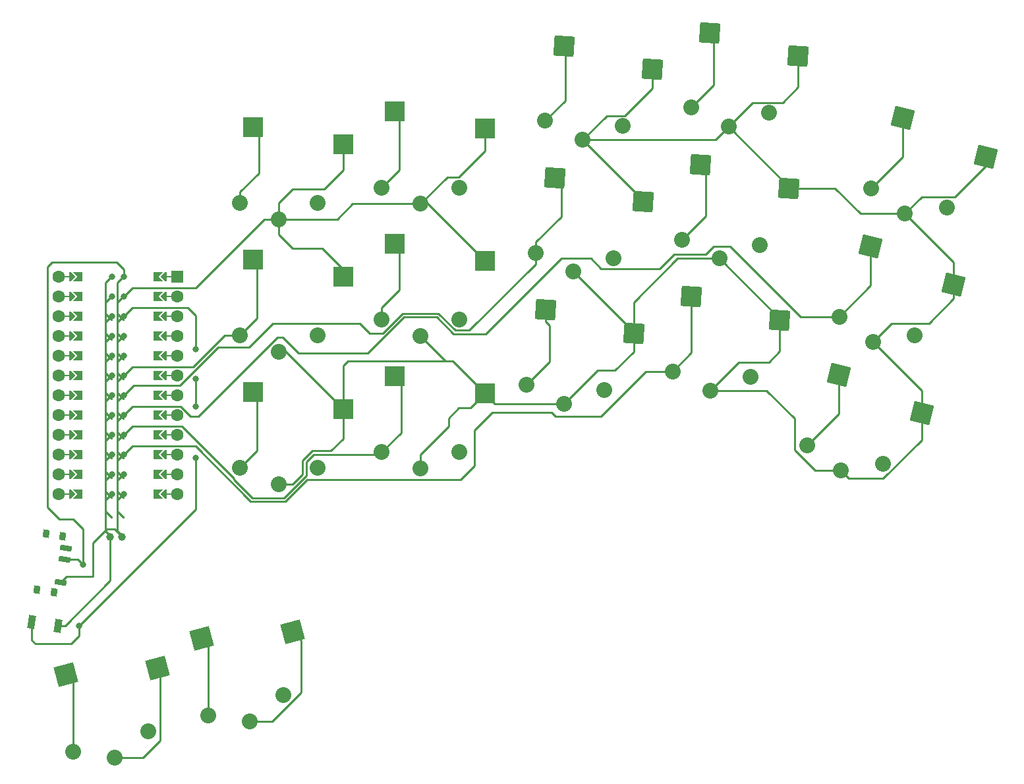
<source format=gbr>
%TF.GenerationSoftware,KiCad,Pcbnew,6.0.6-3a73a75311~116~ubuntu22.04.1*%
%TF.CreationDate,2022-07-27T09:59:41+02:00*%
%TF.ProjectId,kiboard,6b69626f-6172-4642-9e6b-696361645f70,v1.0.0*%
%TF.SameCoordinates,Original*%
%TF.FileFunction,Copper,L2,Bot*%
%TF.FilePolarity,Positive*%
%FSLAX46Y46*%
G04 Gerber Fmt 4.6, Leading zero omitted, Abs format (unit mm)*
G04 Created by KiCad (PCBNEW 6.0.6-3a73a75311~116~ubuntu22.04.1) date 2022-07-27 09:59:41*
%MOMM*%
%LPD*%
G01*
G04 APERTURE LIST*
G04 Aperture macros list*
%AMRotRect*
0 Rectangle, with rotation*
0 The origin of the aperture is its center*
0 $1 length*
0 $2 width*
0 $3 Rotation angle, in degrees counterclockwise*
0 Add horizontal line*
21,1,$1,$2,0,0,$3*%
%AMFreePoly0*
4,1,6,0.600000,0.200000,0.000000,-0.400000,-0.600000,0.200000,-0.600000,0.400000,0.600000,0.400000,0.600000,0.200000,0.600000,0.200000,$1*%
%AMFreePoly1*
4,1,5,0.125000,-0.500000,-0.125000,-0.500000,-0.125000,0.500000,0.125000,0.500000,0.125000,-0.500000,0.125000,-0.500000,$1*%
%AMFreePoly2*
4,1,6,0.600000,-0.250000,-0.600000,-0.250000,-0.600000,1.000000,0.000000,0.400000,0.600000,1.000000,0.600000,-0.250000,0.600000,-0.250000,$1*%
%AMFreePoly3*
4,1,49,0.004773,0.123721,0.009154,0.124665,0.028961,0.117240,0.062500,0.108253,0.068237,0.102516,0.075053,0.099961,0.087617,0.083136,0.108253,0.062500,0.111178,0.051584,0.117161,0.043572,0.118539,0.024114,0.125000,0.000000,0.121239,-0.014035,0.122131,-0.026629,0.113759,-0.041951,0.108253,-0.062500,0.095644,-0.075109,0.088389,-0.088388,-0.641000,-0.817776,-0.641000,-4.770224,
0.088389,-5.499612,0.109852,-5.528356,0.124665,-5.597154,0.099961,-5.663053,0.043572,-5.705161,-0.026629,-5.710131,-0.088388,-5.676389,-0.854388,-4.910388,-0.867707,-4.892552,-0.871189,-4.889530,-0.871982,-4.886826,-0.875852,-4.881644,-0.882331,-4.851549,-0.891000,-4.822000,-0.891000,-0.766000,-0.887805,-0.743969,-0.888131,-0.739371,-0.886780,-0.736898,-0.885852,-0.730498,-0.869151,-0.704632,
-0.854388,-0.677612,-0.088388,0.088389,-0.064606,0.106147,-0.062500,0.108253,-0.061385,0.108552,-0.059644,0.109852,-0.043806,0.113262,0.000000,0.125000,0.004773,0.123721,0.004773,0.123721,$1*%
G04 Aperture macros list end*
%TA.AperFunction,ComponentPad*%
%ADD10C,1.000000*%
%TD*%
%TA.AperFunction,SMDPad,CuDef*%
%ADD11RotRect,1.000000X0.800000X81.000000*%
%TD*%
%TA.AperFunction,SMDPad,CuDef*%
%ADD12RotRect,0.700000X1.500000X81.000000*%
%TD*%
%TA.AperFunction,SMDPad,CuDef*%
%ADD13RotRect,0.900000X1.700000X351.000000*%
%TD*%
%TA.AperFunction,SMDPad,CuDef*%
%ADD14RotRect,2.600000X2.600000X356.000000*%
%TD*%
%TA.AperFunction,SMDPad,CuDef*%
%ADD15R,2.600000X2.600000*%
%TD*%
%TA.AperFunction,ComponentPad*%
%ADD16C,2.032000*%
%TD*%
%TA.AperFunction,SMDPad,CuDef*%
%ADD17RotRect,2.600000X2.600000X15.000000*%
%TD*%
%TA.AperFunction,ComponentPad*%
%ADD18C,1.600000*%
%TD*%
%TA.AperFunction,SMDPad,CuDef*%
%ADD19FreePoly0,270.000000*%
%TD*%
%TA.AperFunction,SMDPad,CuDef*%
%ADD20FreePoly0,90.000000*%
%TD*%
%TA.AperFunction,SMDPad,CuDef*%
%ADD21FreePoly1,90.000000*%
%TD*%
%TA.AperFunction,ComponentPad*%
%ADD22R,1.600000X1.600000*%
%TD*%
%TA.AperFunction,SMDPad,CuDef*%
%ADD23FreePoly1,270.000000*%
%TD*%
%TA.AperFunction,ComponentPad*%
%ADD24C,0.800000*%
%TD*%
%TA.AperFunction,SMDPad,CuDef*%
%ADD25FreePoly2,90.000000*%
%TD*%
%TA.AperFunction,SMDPad,CuDef*%
%ADD26FreePoly3,270.000000*%
%TD*%
%TA.AperFunction,SMDPad,CuDef*%
%ADD27FreePoly3,90.000000*%
%TD*%
%TA.AperFunction,SMDPad,CuDef*%
%ADD28FreePoly2,270.000000*%
%TD*%
%TA.AperFunction,SMDPad,CuDef*%
%ADD29RotRect,2.600000X2.600000X346.000000*%
%TD*%
%TA.AperFunction,ViaPad*%
%ADD30C,0.800000*%
%TD*%
%TA.AperFunction,Conductor*%
%ADD31C,0.250000*%
%TD*%
G04 APERTURE END LIST*
D10*
%TO.P,,1*%
%TO.N,GND*%
X-4870835Y-12743763D03*
%TO.P,,2*%
%TO.N,pos*%
X-3370835Y-12743763D03*
%TD*%
D11*
%TO.P,,*%
%TO.N,*%
X-14268932Y-19506581D03*
X-10944169Y-12642176D03*
X-12086141Y-19852301D03*
X-13126961Y-12296456D03*
D12*
%TO.P,,1*%
%TO.N,pos*%
X-11225135Y-18571220D03*
%TO.P,,2*%
%TO.N,RAW*%
X-10755832Y-15608155D03*
%TO.P,,3*%
%TO.N,N/C*%
X-10521180Y-14126623D03*
%TD*%
D13*
%TO.P,,1*%
%TO.N,RST*%
X-14922237Y-23595451D03*
%TO.P,,2*%
%TO.N,GND*%
X-11564097Y-24127329D03*
%TD*%
D14*
%TO.P,S15,1*%
%TO.N,Switch08*%
X52234133Y33429524D03*
%TO.P,S15,2*%
%TO.N,GND*%
X63602533Y30429195D03*
%TD*%
D15*
%TO.P,S9,1*%
%TO.N,Switch07*%
X31725000Y24950000D03*
%TO.P,S9,2*%
%TO.N,GND*%
X43275000Y22750000D03*
%TD*%
D16*
%TO.P,S24,1*%
%TO.N,Switch04*%
X69783029Y42477414D03*
X79758670Y41779849D03*
%TO.P,S24,2*%
%TO.N,GND*%
X74624361Y40033747D03*
X74624361Y40033747D03*
%TD*%
%TO.P,S34,1*%
%TO.N,Switch17*%
X7727213Y-35647127D03*
X17386472Y-33058937D03*
%TO.P,S34,2*%
%TO.N,GND*%
X13100362Y-36381476D03*
X13100362Y-36381476D03*
%TD*%
D17*
%TO.P,S31,1*%
%TO.N,Switch16*%
X-10516715Y-30441631D03*
%TO.P,S31,2*%
%TO.N,GND*%
X1209130Y-29577308D03*
%TD*%
D16*
%TO.P,S4,1*%
%TO.N,Switch06*%
X21800000Y13200000D03*
X11800000Y13200000D03*
%TO.P,S4,2*%
%TO.N,GND*%
X16800000Y11100000D03*
X16800000Y11100000D03*
%TD*%
D15*
%TO.P,S3,1*%
%TO.N,Switch06*%
X13525000Y22950000D03*
%TO.P,S3,2*%
%TO.N,GND*%
X25075000Y20750000D03*
%TD*%
%TO.P,S11,1*%
%TO.N,Switch02*%
X31725000Y41950000D03*
%TO.P,S11,2*%
%TO.N,GND*%
X43275000Y39750000D03*
%TD*%
D14*
%TO.P,S17,1*%
%TO.N,Switch03*%
X53419993Y50388112D03*
%TO.P,S17,2*%
%TO.N,GND*%
X64788393Y47387783D03*
%TD*%
D18*
%TO.P,MCU1,*%
%TO.N,*%
X-11520000Y5473356D03*
X3720000Y13093356D03*
X3720000Y393356D03*
X3720000Y20713356D03*
D19*
X1942000Y20713356D03*
D20*
X-9742000Y-4686644D03*
D21*
X-10250000Y393356D03*
D19*
X1942000Y18173356D03*
X1942000Y-7226644D03*
D18*
X-11520000Y-7226644D03*
D19*
X1942000Y13093356D03*
D18*
X3720000Y5473356D03*
D22*
X3720000Y20713356D03*
D23*
X2450000Y-2146644D03*
D19*
X1942000Y2933356D03*
D20*
X-9742000Y13093356D03*
D18*
X3720000Y8013356D03*
X3720000Y-7226644D03*
X-11520000Y15633356D03*
X3720000Y18173356D03*
D21*
X-10250000Y10553356D03*
D19*
X1942000Y8013356D03*
D21*
X-10250000Y15633356D03*
D18*
X-11520000Y20713356D03*
D20*
X-9742000Y5473356D03*
D19*
X1942000Y393356D03*
D21*
X-10250000Y-7226644D03*
D18*
X-11520000Y8013356D03*
D21*
X-10250000Y-2146644D03*
D19*
X1942000Y5473356D03*
X1942000Y-4686644D03*
D21*
X-10250000Y8013356D03*
D18*
X-11520000Y-2146644D03*
D23*
X2450000Y8013356D03*
D20*
X-9742000Y18173356D03*
X-9742000Y-2146644D03*
D21*
X-10250000Y-4686644D03*
D18*
X-11520000Y18173356D03*
D20*
X-9742000Y393356D03*
D18*
X3720000Y10553356D03*
X-11520000Y13093356D03*
D21*
X-10250000Y20713356D03*
D18*
X3720000Y-4686644D03*
X-11520000Y10553356D03*
D20*
X-9742000Y-7226644D03*
D18*
X-11520000Y393356D03*
D19*
X1942000Y15633356D03*
D23*
X2450000Y10553356D03*
X2450000Y18173356D03*
D18*
X-11520000Y2933356D03*
D23*
X2450000Y5473356D03*
X2450000Y15633356D03*
D18*
X3720000Y2933356D03*
D23*
X2450000Y2933356D03*
X2450000Y-4686644D03*
X2450000Y13093356D03*
D18*
X-11520000Y-4686644D03*
D19*
X1942000Y-2146644D03*
D18*
X3720000Y15633356D03*
D21*
X-10250000Y13093356D03*
D23*
X2450000Y20713356D03*
D20*
X-9742000Y8013356D03*
X-9742000Y10553356D03*
X-9742000Y20713356D03*
D21*
X-10250000Y18173356D03*
D19*
X1942000Y10553356D03*
D21*
X-10250000Y2933356D03*
D23*
X2450000Y393356D03*
D21*
X-10250000Y5473356D03*
D23*
X2450000Y-7226644D03*
D20*
X-9742000Y2933356D03*
D18*
X3720000Y-2146644D03*
D20*
X-9742000Y15633356D03*
D24*
%TO.P,MCU1,1*%
%TO.N,RAW*%
X-3138000Y20713356D03*
D25*
X-8726000Y20713356D03*
D26*
X-3138000Y20713356D03*
D25*
%TO.P,MCU1,2*%
%TO.N,N/C*%
X-8726000Y18173356D03*
D26*
%TO.N,GND*%
X-3138000Y18173356D03*
D24*
X-3138000Y18173356D03*
D26*
%TO.P,MCU1,3*%
%TO.N,RST*%
X-3138000Y15633356D03*
D24*
X-3138000Y15633356D03*
D25*
X-8726000Y15633356D03*
D26*
%TO.P,MCU1,4*%
%TO.N,VCC*%
X-3138000Y13093356D03*
D25*
X-8726000Y13093356D03*
D24*
X-3138000Y13093356D03*
D25*
%TO.P,MCU1,5*%
%TO.N,Switch04*%
X-8726000Y10553356D03*
D24*
X-3138000Y10553356D03*
D26*
X-3138000Y10553356D03*
%TO.P,MCU1,6*%
%TO.N,Switch06*%
X-3138000Y8013356D03*
D25*
X-8726000Y8013356D03*
D24*
X-3138000Y8013356D03*
D25*
%TO.P,MCU1,7*%
%TO.N,Switch08*%
X-8726000Y5473356D03*
D26*
X-3138000Y5473356D03*
D24*
X-3138000Y5473356D03*
%TO.P,MCU1,8*%
%TO.N,Switch10*%
X-3138000Y2933356D03*
D26*
X-3138000Y2933356D03*
D25*
X-8726000Y2933356D03*
D24*
%TO.P,MCU1,9*%
%TO.N,Switch12*%
X-3138000Y393356D03*
D26*
X-3138000Y393356D03*
D25*
X-8726000Y393356D03*
%TO.P,MCU1,10*%
%TO.N,Switch14*%
X-8726000Y-2146644D03*
D26*
X-3138000Y-2146644D03*
D24*
X-3138000Y-2146644D03*
D25*
%TO.P,MCU1,11*%
%TO.N,P16*%
X-8726000Y-4686644D03*
D26*
X-3138000Y-4686644D03*
D24*
X-3138000Y-4686644D03*
%TO.P,MCU1,12*%
%TO.N,Switch17*%
X-3138000Y-7226644D03*
D26*
X-3138000Y-7226644D03*
D25*
X-8726000Y-7226644D03*
D27*
%TO.P,MCU1,13*%
%TO.N,Switch16*%
X-4662000Y-7226644D03*
D28*
X926000Y-7226644D03*
D24*
X-4662000Y-7226644D03*
D28*
%TO.P,MCU1,14*%
%TO.N,Switch15*%
X926000Y-4686644D03*
D27*
X-4662000Y-4686644D03*
D24*
X-4662000Y-4686644D03*
%TO.P,MCU1,15*%
%TO.N,Switch13*%
X-4662000Y-2146644D03*
D27*
X-4662000Y-2146644D03*
D28*
X926000Y-2146644D03*
D27*
%TO.P,MCU1,16*%
%TO.N,Switch11*%
X-4662000Y393356D03*
D24*
X-4662000Y393356D03*
D28*
X926000Y393356D03*
%TO.P,MCU1,17*%
%TO.N,Switch09*%
X926000Y2933356D03*
D27*
X-4662000Y2933356D03*
D24*
X-4662000Y2933356D03*
D27*
%TO.P,MCU1,18*%
%TO.N,Switch07*%
X-4662000Y5473356D03*
D24*
X-4662000Y5473356D03*
D28*
X926000Y5473356D03*
%TO.P,MCU1,19*%
%TO.N,Switch05*%
X926000Y8013356D03*
D27*
X-4662000Y8013356D03*
D24*
X-4662000Y8013356D03*
D28*
%TO.P,MCU1,20*%
%TO.N,Switch03*%
X926000Y10553356D03*
D27*
X-4662000Y10553356D03*
D24*
X-4662000Y10553356D03*
%TO.P,MCU1,21*%
%TO.N,GND*%
X-4662000Y13093356D03*
D28*
X926000Y13093356D03*
D27*
X-4662000Y13093356D03*
%TO.P,MCU1,22*%
X-4662000Y15633356D03*
D24*
X-4662000Y15633356D03*
D28*
X926000Y15633356D03*
D27*
%TO.P,MCU1,23*%
%TO.N,Switch02*%
X-4662000Y18173356D03*
D24*
X-4662000Y18173356D03*
D28*
X926000Y18173356D03*
D27*
%TO.P,MCU1,24*%
%TO.N,Switch01*%
X-4662000Y20713356D03*
D24*
X-4662000Y20713356D03*
D28*
X926000Y20713356D03*
%TD*%
D15*
%TO.P,S7,1*%
%TO.N,Switch12*%
X31725000Y7950000D03*
%TO.P,S7,2*%
%TO.N,GND*%
X43275000Y5750000D03*
%TD*%
%TO.P,S1,1*%
%TO.N,Switch11*%
X13525000Y5950000D03*
%TO.P,S1,2*%
%TO.N,GND*%
X25075000Y3750000D03*
%TD*%
D16*
%TO.P,S12,1*%
%TO.N,Switch02*%
X30000000Y32200000D03*
X40000000Y32200000D03*
%TO.P,S12,2*%
%TO.N,GND*%
X35000000Y30100000D03*
X35000000Y30100000D03*
%TD*%
D14*
%TO.P,S13,1*%
%TO.N,Switch13*%
X51048273Y16470935D03*
%TO.P,S13,2*%
%TO.N,GND*%
X62416673Y13470606D03*
%TD*%
D16*
%TO.P,S14,1*%
%TO.N,Switch13*%
X48647349Y6865015D03*
X58622990Y6167450D03*
%TO.P,S14,2*%
%TO.N,GND*%
X53488681Y4421348D03*
X53488681Y4421348D03*
%TD*%
%TO.P,S2,1*%
%TO.N,Switch11*%
X11800000Y-3800000D03*
X21800000Y-3800000D03*
%TO.P,S2,2*%
%TO.N,GND*%
X16800000Y-5900000D03*
X16800000Y-5900000D03*
%TD*%
%TO.P,S20,1*%
%TO.N,Switch14*%
X67411309Y8560236D03*
X77386950Y7862671D03*
%TO.P,S20,2*%
%TO.N,GND*%
X72252641Y6116569D03*
X72252641Y6116569D03*
%TD*%
%TO.P,S18,1*%
%TO.N,Switch03*%
X60994710Y40084627D03*
X51019069Y40782192D03*
%TO.P,S18,2*%
%TO.N,GND*%
X55860401Y38338525D03*
X55860401Y38338525D03*
%TD*%
D14*
%TO.P,S23,1*%
%TO.N,Switch04*%
X72183953Y52083334D03*
%TO.P,S23,2*%
%TO.N,GND*%
X83552353Y49083005D03*
%TD*%
D16*
%TO.P,S32,1*%
%TO.N,Switch16*%
X-193Y-37717680D03*
X-9659452Y-40305870D03*
%TO.P,S32,2*%
%TO.N,GND*%
X-4286303Y-41040219D03*
X-4286303Y-41040219D03*
%TD*%
%TO.P,S28,1*%
%TO.N,Switch10*%
X88805953Y15578974D03*
X98508910Y13159755D03*
%TO.P,S28,2*%
%TO.N,GND*%
X93149396Y12331743D03*
X93149396Y12331743D03*
%TD*%
D29*
%TO.P,S25,1*%
%TO.N,Switch15*%
X88725780Y8127015D03*
%TO.P,S25,2*%
%TO.N,GND*%
X99400467Y3198166D03*
%TD*%
D16*
%TO.P,S26,1*%
%TO.N,Switch15*%
X84693281Y-916053D03*
X94396238Y-3335272D03*
%TO.P,S26,2*%
%TO.N,GND*%
X89036724Y-4163284D03*
X89036724Y-4163284D03*
%TD*%
%TO.P,S30,1*%
%TO.N,Switch05*%
X92918625Y32074002D03*
X102621582Y29654783D03*
%TO.P,S30,2*%
%TO.N,GND*%
X97262068Y28826771D03*
X97262068Y28826771D03*
%TD*%
D15*
%TO.P,S5,1*%
%TO.N,Switch01*%
X13525000Y39950000D03*
%TO.P,S5,2*%
%TO.N,GND*%
X25075000Y37750000D03*
%TD*%
D16*
%TO.P,S22,1*%
%TO.N,Switch09*%
X68597169Y25518825D03*
X78572810Y24821260D03*
%TO.P,S22,2*%
%TO.N,GND*%
X73438501Y23075158D03*
X73438501Y23075158D03*
%TD*%
%TO.P,S16,1*%
%TO.N,Switch08*%
X59808850Y23126039D03*
X49833209Y23823604D03*
%TO.P,S16,2*%
%TO.N,GND*%
X54674541Y21379937D03*
X54674541Y21379937D03*
%TD*%
%TO.P,S10,1*%
%TO.N,Switch07*%
X30000000Y15200000D03*
X40000000Y15200000D03*
%TO.P,S10,2*%
%TO.N,GND*%
X35000000Y13100000D03*
X35000000Y13100000D03*
%TD*%
D14*
%TO.P,S21,1*%
%TO.N,Switch09*%
X70998093Y35124745D03*
%TO.P,S21,2*%
%TO.N,GND*%
X82366493Y32124416D03*
%TD*%
D29*
%TO.P,S29,1*%
%TO.N,Switch05*%
X96951124Y41117070D03*
%TO.P,S29,2*%
%TO.N,GND*%
X107625811Y36188221D03*
%TD*%
%TO.P,S27,1*%
%TO.N,Switch10*%
X92838452Y24622042D03*
%TO.P,S27,2*%
%TO.N,GND*%
X103513139Y19693193D03*
%TD*%
D16*
%TO.P,S6,1*%
%TO.N,Switch01*%
X11800000Y30200000D03*
X21800000Y30200000D03*
%TO.P,S6,2*%
%TO.N,GND*%
X16800000Y28100000D03*
X16800000Y28100000D03*
%TD*%
D14*
%TO.P,S19,1*%
%TO.N,Switch14*%
X69812233Y18166156D03*
%TO.P,S19,2*%
%TO.N,GND*%
X81180633Y15165827D03*
%TD*%
D16*
%TO.P,S8,1*%
%TO.N,Switch12*%
X40000000Y-1800000D03*
X30000000Y-1800000D03*
%TO.P,S8,2*%
%TO.N,GND*%
X35000000Y-3900000D03*
X35000000Y-3900000D03*
%TD*%
D17*
%TO.P,S33,1*%
%TO.N,Switch17*%
X6869950Y-25782888D03*
%TO.P,S33,2*%
%TO.N,GND*%
X18595795Y-24918565D03*
%TD*%
D30*
%TO.N,RAW*%
X-8382000Y-16256000D03*
%TO.N,RST*%
X6096000Y11430000D03*
X6096000Y7620000D03*
X6096000Y4064000D03*
X6096000Y-2540000D03*
X-8890000Y-24130000D03*
%TD*%
D31*
%TO.N,GND*%
X18542000Y24384000D02*
X22352000Y24384000D01*
X16764000Y26162000D02*
X18542000Y24384000D01*
X16800000Y28100000D02*
X16800000Y26198000D01*
X16800000Y26198000D02*
X16764000Y26162000D01*
X25075000Y21661000D02*
X25075000Y20750000D01*
X22352000Y24384000D02*
X25075000Y21661000D01*
X43275000Y36925000D02*
X43275000Y39750000D01*
X39891000Y33541000D02*
X43275000Y36925000D01*
X38441000Y33541000D02*
X39891000Y33541000D01*
X35000000Y30100000D02*
X38441000Y33541000D01*
X16800000Y28100000D02*
X24290000Y28100000D01*
X24290000Y28100000D02*
X26290000Y30100000D01*
X26290000Y30100000D02*
X35000000Y30100000D01*
%TO.N,RAW*%
X-8382000Y-16256000D02*
X-8382000Y-11684000D01*
X-8382000Y-11684000D02*
X-9652000Y-10414000D01*
X-9652000Y-10414000D02*
X-11430000Y-10414000D01*
X-11430000Y-10414000D02*
X-12954000Y-8890000D01*
X-12954000Y-8890000D02*
X-12954000Y21971000D01*
X-12954000Y21971000D02*
X-12319000Y22606000D01*
X-12319000Y22606000D02*
X-4064000Y22606000D01*
X-4064000Y22606000D02*
X-3138000Y21680000D01*
X-3138000Y21680000D02*
X-3138000Y20713356D01*
X-8382000Y-16256000D02*
X-9029845Y-15608155D01*
X-9029845Y-15608155D02*
X-10755832Y-15608155D01*
%TO.N,pos*%
X-11225135Y-18571220D02*
X-10433915Y-17780000D01*
X-7112000Y-17780000D02*
X-7112000Y-13462000D01*
X-10433915Y-17780000D02*
X-7112000Y-17780000D01*
X-4318000Y-11684000D02*
X-3370835Y-12631165D01*
X-7112000Y-13462000D02*
X-5334000Y-11684000D01*
X-5334000Y-11684000D02*
X-4318000Y-11684000D01*
X-3370835Y-12631165D02*
X-3370835Y-12743763D01*
%TO.N,RST*%
X6096000Y15748000D02*
X5080000Y16764000D01*
X6096000Y11430000D02*
X6096000Y15748000D01*
X5080000Y16764000D02*
X-2007356Y16764000D01*
X-2007356Y16764000D02*
X-3138000Y15633356D01*
X6096000Y4064000D02*
X6096000Y7620000D01*
X6096000Y-2540000D02*
X6096000Y-9144000D01*
%TO.N,Switch10*%
X43381000Y13409000D02*
X39258143Y13409000D01*
X53086000Y23114000D02*
X43381000Y13409000D01*
X37115143Y15552000D02*
X32884857Y15552000D01*
X67564000Y23622000D02*
X65727039Y21785039D01*
X56896000Y23114000D02*
X53086000Y23114000D01*
X58224961Y21785039D02*
X56896000Y23114000D01*
X65727039Y21785039D02*
X58224961Y21785039D01*
X71628000Y23622000D02*
X67564000Y23622000D01*
X-2013000Y4058356D02*
X-3138000Y2933356D01*
X72644000Y24638000D02*
X71628000Y23622000D01*
X39258143Y13409000D02*
X37115143Y15552000D01*
X74761746Y24638000D02*
X72644000Y24638000D01*
X28254857Y10922000D02*
X19304000Y10922000D01*
X83820772Y15578974D02*
X74761746Y24638000D01*
X16637000Y12954000D02*
X6477000Y2794000D01*
X88805953Y15578974D02*
X83820772Y15578974D01*
X32884857Y15552000D02*
X28254857Y10922000D01*
X19304000Y10922000D02*
X17272000Y12954000D01*
X17272000Y12954000D02*
X16637000Y12954000D01*
X6477000Y2794000D02*
X5450347Y2794000D01*
X5450347Y2794000D02*
X4185991Y4058356D01*
X4185991Y4058356D02*
X-2013000Y4058356D01*
%TO.N,RST*%
X-8890000Y-24130000D02*
X6096000Y-9144000D01*
%TO.N,Switch12*%
X30000000Y-1800000D02*
X29710499Y-2089501D01*
X20320000Y-3048000D02*
X20320000Y-4826000D01*
X29710499Y-2089501D02*
X21278499Y-2089501D01*
X21278499Y-2089501D02*
X20320000Y-3048000D01*
X4318000Y1524000D02*
X-2007356Y1524000D01*
X20320000Y-4826000D02*
X17468000Y-7678000D01*
X17468000Y-7678000D02*
X13394395Y-7678000D01*
X13394395Y-7678000D02*
X11050396Y-5334000D01*
X11050396Y-5334000D02*
X11050396Y-5208396D01*
X11050396Y-5208396D02*
X4318000Y1524000D01*
X-2007356Y1524000D02*
X-3138000Y393356D01*
%TO.N,Switch06*%
X-3138000Y8013356D02*
X-2007356Y9144000D01*
X-2007356Y9144000D02*
X5805239Y9144000D01*
X5805239Y9144000D02*
X9861239Y13200000D01*
X9861239Y13200000D02*
X11800000Y13200000D01*
%TO.N,Switch08*%
X12954000Y11684000D02*
X8981635Y11684000D01*
X27178000Y14732000D02*
X16002000Y14732000D01*
X28448000Y13462000D02*
X27178000Y14732000D01*
X30158461Y13462000D02*
X28448000Y13462000D01*
X4094991Y6797356D02*
X-1814000Y6797356D01*
X32698461Y16002000D02*
X30158461Y13462000D01*
X8981635Y11684000D02*
X4094991Y6797356D01*
X37301539Y16002000D02*
X32698461Y16002000D01*
X16002000Y14732000D02*
X12954000Y11684000D01*
X39444539Y13859000D02*
X37301539Y16002000D01*
X41305445Y13859000D02*
X39444539Y13859000D01*
X49833209Y22386764D02*
X41305445Y13859000D01*
X49833209Y23823604D02*
X49833209Y22386764D01*
X-1814000Y6797356D02*
X-3138000Y5473356D01*
%TO.N,GND*%
X-11564097Y-24127329D02*
X-10665329Y-24127329D01*
X-10665329Y-24127329D02*
X-4870835Y-18332835D01*
X-4870835Y-18332835D02*
X-4870835Y-12743763D01*
%TO.N,RST*%
X-14922237Y-23595451D02*
X-14922237Y-25971763D01*
X-14922237Y-25971763D02*
X-14478000Y-26416000D01*
X-14478000Y-26416000D02*
X-9906000Y-26416000D01*
X-8890000Y-25400000D02*
X-8890000Y-24130000D01*
X-9906000Y-26416000D02*
X-8890000Y-25400000D01*
%TO.N,Switch14*%
X58166000Y2794000D02*
X63932236Y8560236D01*
X52324000Y2794000D02*
X58166000Y2794000D01*
X44196000Y3302000D02*
X51816000Y3302000D01*
X51816000Y3302000D02*
X52324000Y2794000D01*
X20448396Y-5334000D02*
X40132000Y-5334000D01*
X41910000Y-3556000D02*
X41910000Y1016000D01*
X40132000Y-5334000D02*
X41910000Y-3556000D01*
X41910000Y1016000D02*
X44196000Y3302000D01*
X63932236Y8560236D02*
X67411309Y8560236D01*
X17654396Y-8128000D02*
X20448396Y-5334000D01*
X13195951Y-8128000D02*
X17654396Y-8128000D01*
X6089595Y-1021644D02*
X13195951Y-8128000D01*
X-2013000Y-1021644D02*
X6089595Y-1021644D01*
X-3138000Y-2146644D02*
X-2013000Y-1021644D01*
%TO.N,GND*%
X89036724Y-4163284D02*
X85697284Y-4163284D01*
X85697284Y-4163284D02*
X83058000Y-1524000D01*
X83058000Y-1524000D02*
X83058000Y2540000D01*
X83058000Y2540000D02*
X79481431Y6116569D01*
X79481431Y6116569D02*
X72252641Y6116569D01*
X25075000Y3750000D02*
X25075000Y-90402D01*
X19870000Y-4639604D02*
X18609604Y-5900000D01*
X25075000Y-90402D02*
X23525901Y-1639501D01*
X23525901Y-1639501D02*
X21092103Y-1639501D01*
X21092103Y-1639501D02*
X19870000Y-2861604D01*
X19870000Y-2861604D02*
X19870000Y-4639604D01*
X18609604Y-5900000D02*
X16800000Y-5900000D01*
X25075000Y37750000D02*
X25075000Y34473000D01*
X25075000Y34473000D02*
X22606000Y32004000D01*
X22606000Y32004000D02*
X18542000Y32004000D01*
X18542000Y32004000D02*
X16800000Y30262000D01*
X16800000Y30262000D02*
X16800000Y28100000D01*
%TO.N,Switch09*%
X70998093Y35124745D02*
X71628000Y34494838D01*
X71628000Y34494838D02*
X71628000Y28549656D01*
X71628000Y28549656D02*
X68597169Y25518825D01*
%TO.N,GND*%
X-4286303Y-41040219D02*
X-654219Y-41040219D01*
X-654219Y-41040219D02*
X1524000Y-38862000D01*
X1524000Y-38862000D02*
X1524000Y-29892178D01*
X1524000Y-29892178D02*
X1209130Y-29577308D01*
X-3138000Y18173356D02*
X-2013000Y19298356D01*
X-2013000Y19298356D02*
X6090356Y19298356D01*
X6090356Y19298356D02*
X14892000Y28100000D01*
X14892000Y28100000D02*
X16800000Y28100000D01*
X35000000Y13100000D02*
X38194000Y9906000D01*
X38194000Y9906000D02*
X39119000Y9906000D01*
X43275000Y22750000D02*
X35925000Y30100000D01*
X35925000Y30100000D02*
X35000000Y30100000D01*
X55860401Y38338525D02*
X72929139Y38338525D01*
X72929139Y38338525D02*
X74624361Y40033747D01*
X63602533Y30429195D02*
X63602533Y30596393D01*
X63602533Y30596393D02*
X55860401Y38338525D01*
X74624361Y40033747D02*
X82366493Y32291615D01*
X82366493Y32291615D02*
X82366493Y32124416D01*
X97262068Y28826771D02*
X91569229Y28826771D01*
X91569229Y28826771D02*
X88271584Y32124416D01*
X88271584Y32124416D02*
X82366493Y32124416D01*
X97262068Y28826771D02*
X103513139Y22575700D01*
X103513139Y22575700D02*
X103513139Y19693193D01*
X39119000Y9906000D02*
X25654000Y9906000D01*
X43275000Y5750000D02*
X39119000Y9906000D01*
X25654000Y9906000D02*
X25075000Y9327000D01*
X25075000Y9327000D02*
X25075000Y3750000D01*
X73438501Y23075158D02*
X81180633Y15333026D01*
X81180633Y15333026D02*
X81180633Y15165827D01*
X62416673Y13470606D02*
X62416673Y17458673D01*
X62416673Y17458673D02*
X68033158Y23075158D01*
X68033158Y23075158D02*
X73438501Y23075158D01*
X54674541Y21379937D02*
X62416673Y13637805D01*
X62416673Y13637805D02*
X62416673Y13470606D01*
X43275000Y5750000D02*
X44603652Y4421348D01*
X44603652Y4421348D02*
X53488681Y4421348D01*
X35000000Y-3900000D02*
X35000000Y-2084000D01*
X35000000Y-2084000D02*
X38608000Y1524000D01*
X39942999Y3874999D02*
X41399999Y3874999D01*
X41399999Y3874999D02*
X43275000Y5750000D01*
X38608000Y1524000D02*
X38608000Y2540000D01*
X38608000Y2540000D02*
X39942999Y3874999D01*
X16800000Y11100000D02*
X17725000Y11100000D01*
X17725000Y11100000D02*
X25075000Y3750000D01*
X53488681Y4421348D02*
X57764747Y8697414D01*
X57764747Y8697414D02*
X60005414Y8697414D01*
X60005414Y8697414D02*
X62416673Y11108673D01*
X62416673Y11108673D02*
X62416673Y13470606D01*
X81180633Y15165827D02*
X81180633Y11180992D01*
X81180633Y11180992D02*
X79745593Y9745952D01*
X79745593Y9745952D02*
X75882024Y9745952D01*
X75882024Y9745952D02*
X72252641Y6116569D01*
X93149396Y12331743D02*
X99400467Y6080672D01*
X99400467Y6080672D02*
X99400467Y3198166D01*
X95549653Y14732000D02*
X100330000Y14732000D01*
X100330000Y14732000D02*
X103513139Y17915139D01*
X93149396Y12331743D02*
X95549653Y14732000D01*
X103513139Y17915139D02*
X103513139Y19693193D01*
X97262068Y28826771D02*
X99431080Y30995783D01*
X103639783Y30995783D02*
X107625811Y34981811D01*
X99431080Y30995783D02*
X103639783Y30995783D01*
X107625811Y34981811D02*
X107625811Y36188221D01*
X74624361Y40033747D02*
X77711463Y43120849D01*
X77711463Y43120849D02*
X81575032Y43120849D01*
X81575032Y43120849D02*
X83552353Y45098170D01*
X83552353Y45098170D02*
X83552353Y49083005D01*
X55860401Y38338525D02*
X58947503Y41425627D01*
X61237627Y41425627D02*
X64788393Y44976393D01*
X58947503Y41425627D02*
X61237627Y41425627D01*
X64788393Y44976393D02*
X64788393Y47387783D01*
X99400467Y3198166D02*
X99400467Y-227504D01*
X99400467Y-227504D02*
X94448688Y-5179283D01*
X94448688Y-5179283D02*
X90052723Y-5179283D01*
X90052723Y-5179283D02*
X89036724Y-4163284D01*
X13100362Y-36381476D02*
X15960394Y-36381476D01*
X15960394Y-36381476D02*
X19657241Y-32684629D01*
X19657241Y-32684629D02*
X19657241Y-25980011D01*
X19657241Y-25980011D02*
X18595795Y-24918565D01*
%TO.N,Switch16*%
X-9659452Y-40305870D02*
X-9659452Y-31298894D01*
X-9659452Y-31298894D02*
X-10516715Y-30441631D01*
%TO.N,Switch17*%
X7727213Y-35647127D02*
X7727213Y-26640151D01*
X7727213Y-26640151D02*
X6869950Y-25782888D01*
%TO.N,Switch11*%
X13525000Y5950000D02*
X13970000Y5505000D01*
X13970000Y5505000D02*
X13970000Y-1630000D01*
X13970000Y-1630000D02*
X11800000Y-3800000D01*
%TO.N,Switch12*%
X31725000Y7950000D02*
X32512000Y7163000D01*
X32512000Y7163000D02*
X32512000Y712000D01*
X32512000Y712000D02*
X30000000Y-1800000D01*
%TO.N,Switch13*%
X48647349Y6865015D02*
X51562000Y9779666D01*
X51562000Y9779666D02*
X51562000Y14478000D01*
X51562000Y14478000D02*
X51048273Y14991727D01*
X51048273Y14991727D02*
X51048273Y16470935D01*
X51048273Y16470935D02*
X51049012Y16470196D01*
%TO.N,Switch14*%
X69812233Y18166156D02*
X69812972Y18165417D01*
X69812972Y18165417D02*
X69812972Y10961899D01*
X69812972Y10961899D02*
X67411309Y8560236D01*
%TO.N,Switch15*%
X88725780Y8127015D02*
X88725780Y3116446D01*
X88725780Y3116446D02*
X84693281Y-916053D01*
%TO.N,Switch10*%
X92838452Y24622042D02*
X92838452Y19611473D01*
X92838452Y19611473D02*
X88805953Y15578974D01*
%TO.N,Switch05*%
X96951124Y41117070D02*
X96951124Y36106501D01*
X96951124Y36106501D02*
X92918625Y32074002D01*
%TO.N,Switch04*%
X69783029Y42477414D02*
X72644000Y45338385D01*
X72644000Y45338385D02*
X72644000Y50800000D01*
%TO.N,Switch03*%
X51019069Y40782192D02*
X53594000Y43357123D01*
X53594000Y43357123D02*
X53594000Y50214105D01*
X53594000Y50214105D02*
X53419993Y50388112D01*
%TO.N,Switch01*%
X11800000Y30200000D02*
X11800000Y31636840D01*
X11800000Y31636840D02*
X14224000Y34060840D01*
X14224000Y34060840D02*
X14224000Y39251000D01*
X14224000Y39251000D02*
X13525000Y39950000D01*
%TO.N,Switch07*%
X32258000Y24417000D02*
X32258000Y19050000D01*
X31725000Y24950000D02*
X32258000Y24417000D01*
X32258000Y19050000D02*
X30000000Y16792000D01*
X30000000Y16792000D02*
X30000000Y15200000D01*
%TO.N,Switch08*%
X52234133Y33429524D02*
X53086000Y32577657D01*
X53086000Y28448000D02*
X49833209Y25195209D01*
X53086000Y32577657D02*
X53086000Y28448000D01*
X49833209Y25195209D02*
X49833209Y23823604D01*
%TO.N,Switch06*%
X11800000Y13200000D02*
X13970000Y15370000D01*
X13970000Y15370000D02*
X13970000Y22505000D01*
X13970000Y22505000D02*
X13525000Y22950000D01*
%TO.N,Switch02*%
X30000000Y32200000D02*
X32258000Y34458000D01*
X32258000Y34458000D02*
X32258000Y41417000D01*
X32258000Y41417000D02*
X31725000Y41950000D01*
%TD*%
M02*

</source>
